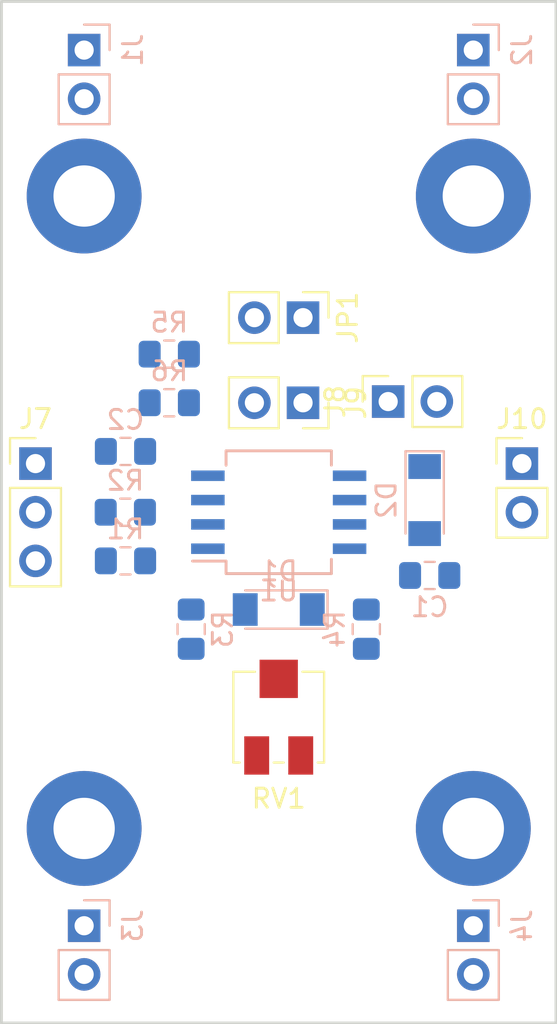
<source format=kicad_pcb>
(kicad_pcb (version 20171130) (host pcbnew "(5.1.0)-1")

  (general
    (thickness 1.6)
    (drawings 4)
    (tracks 4)
    (zones 0)
    (modules 21)
    (nets 16)
  )

  (page A4)
  (layers
    (0 F.Cu signal)
    (31 B.Cu signal)
    (32 B.Adhes user)
    (33 F.Adhes user)
    (34 B.Paste user)
    (35 F.Paste user)
    (36 B.SilkS user)
    (37 F.SilkS user)
    (38 B.Mask user)
    (39 F.Mask user)
    (40 Dwgs.User user)
    (41 Cmts.User user)
    (42 Eco1.User user)
    (43 Eco2.User user)
    (44 Edge.Cuts user)
    (45 Margin user)
    (46 B.CrtYd user)
    (47 F.CrtYd user)
    (48 B.Fab user hide)
    (49 F.Fab user hide)
  )

  (setup
    (last_trace_width 0.25)
    (trace_clearance 0.2)
    (zone_clearance 0.508)
    (zone_45_only no)
    (trace_min 0.2)
    (via_size 0.8)
    (via_drill 0.4)
    (via_min_size 0.4)
    (via_min_drill 0.3)
    (uvia_size 0.3)
    (uvia_drill 0.1)
    (uvias_allowed no)
    (uvia_min_size 0.2)
    (uvia_min_drill 0.1)
    (edge_width 0.15)
    (segment_width 0.2)
    (pcb_text_width 0.3)
    (pcb_text_size 1.5 1.5)
    (mod_edge_width 0.15)
    (mod_text_size 1 1)
    (mod_text_width 0.15)
    (pad_size 1.524 1.524)
    (pad_drill 0.762)
    (pad_to_mask_clearance 0.051)
    (solder_mask_min_width 0.25)
    (aux_axis_origin 0 0)
    (visible_elements 7FFFFFFF)
    (pcbplotparams
      (layerselection 0x010fc_ffffffff)
      (usegerberextensions false)
      (usegerberattributes false)
      (usegerberadvancedattributes false)
      (creategerberjobfile false)
      (excludeedgelayer true)
      (linewidth 0.100000)
      (plotframeref false)
      (viasonmask false)
      (mode 1)
      (useauxorigin false)
      (hpglpennumber 1)
      (hpglpenspeed 20)
      (hpglpendiameter 15.000000)
      (psnegative false)
      (psa4output false)
      (plotreference true)
      (plotvalue true)
      (plotinvisibletext false)
      (padsonsilk false)
      (subtractmaskfromsilk false)
      (outputformat 1)
      (mirror false)
      (drillshape 1)
      (scaleselection 1)
      (outputdirectory ""))
  )

  (net 0 "")
  (net 1 GND)
  (net 2 +5V)
  (net 3 V+)
  (net 4 V-)
  (net 5 "Net-(D1-Pad2)")
  (net 6 "Net-(D1-Pad1)")
  (net 7 "Net-(D2-Pad1)")
  (net 8 "Net-(J7-Pad3)")
  (net 9 "Net-(J7-Pad1)")
  (net 10 "Net-(JP1-Pad2)")
  (net 11 "Net-(R3-Pad1)")
  (net 12 "Net-(R4-Pad2)")
  (net 13 V_OS_2)
  (net 14 "Net-(U1-Pad5)")
  (net 15 V_OS_1)

  (net_class Default "Dies ist die voreingestellte Netzklasse."
    (clearance 0.2)
    (trace_width 0.25)
    (via_dia 0.8)
    (via_drill 0.4)
    (uvia_dia 0.3)
    (uvia_drill 0.1)
    (add_net +5V)
    (add_net GND)
    (add_net "Net-(D1-Pad1)")
    (add_net "Net-(D1-Pad2)")
    (add_net "Net-(D2-Pad1)")
    (add_net "Net-(J7-Pad1)")
    (add_net "Net-(J7-Pad3)")
    (add_net "Net-(JP1-Pad2)")
    (add_net "Net-(R3-Pad1)")
    (add_net "Net-(R4-Pad2)")
    (add_net "Net-(U1-Pad5)")
    (add_net V+)
    (add_net V-)
    (add_net V_OS_1)
    (add_net V_OS_2)
  )

  (module Package_SO:SO-8_5.3x6.2mm_P1.27mm (layer B.Cu) (tedit 5A02F2D3) (tstamp 5CC33294)
    (at 88.9 115.57)
    (descr "8-Lead Plastic Small Outline, 5.3x6.2mm Body (http://www.ti.com.cn/cn/lit/ds/symlink/tl7705a.pdf)")
    (tags "SOIC 1.27")
    (path /5CC2F7C3)
    (attr smd)
    (fp_text reference U1 (at 0 4.13) (layer B.SilkS)
      (effects (font (size 1 1) (thickness 0.15)) (justify mirror))
    )
    (fp_text value OP07 (at 0 -4.13) (layer B.Fab)
      (effects (font (size 1 1) (thickness 0.15)) (justify mirror))
    )
    (fp_line (start -2.75 2.55) (end -4.5 2.55) (layer B.SilkS) (width 0.15))
    (fp_line (start -2.75 -3.205) (end 2.75 -3.205) (layer B.SilkS) (width 0.15))
    (fp_line (start -2.75 3.205) (end 2.75 3.205) (layer B.SilkS) (width 0.15))
    (fp_line (start -2.75 -3.205) (end -2.75 -2.455) (layer B.SilkS) (width 0.15))
    (fp_line (start 2.75 -3.205) (end 2.75 -2.455) (layer B.SilkS) (width 0.15))
    (fp_line (start 2.75 3.205) (end 2.75 2.455) (layer B.SilkS) (width 0.15))
    (fp_line (start -2.75 3.205) (end -2.75 2.55) (layer B.SilkS) (width 0.15))
    (fp_line (start -4.83 -3.35) (end 4.83 -3.35) (layer B.CrtYd) (width 0.05))
    (fp_line (start -4.83 3.35) (end 4.83 3.35) (layer B.CrtYd) (width 0.05))
    (fp_line (start 4.83 3.35) (end 4.83 -3.35) (layer B.CrtYd) (width 0.05))
    (fp_line (start -4.83 3.35) (end -4.83 -3.35) (layer B.CrtYd) (width 0.05))
    (fp_line (start -2.65 2.1) (end -1.65 3.1) (layer B.Fab) (width 0.15))
    (fp_line (start -2.65 -3.1) (end -2.65 2.1) (layer B.Fab) (width 0.15))
    (fp_line (start 2.65 -3.1) (end -2.65 -3.1) (layer B.Fab) (width 0.15))
    (fp_line (start 2.65 3.1) (end 2.65 -3.1) (layer B.Fab) (width 0.15))
    (fp_line (start -1.65 3.1) (end 2.65 3.1) (layer B.Fab) (width 0.15))
    (fp_text user %R (at 0 0) (layer B.Fab)
      (effects (font (size 1 1) (thickness 0.15)) (justify mirror))
    )
    (pad 8 smd rect (at 3.7 1.905) (size 1.75 0.55) (layers B.Cu B.Paste B.Mask)
      (net 13 V_OS_2))
    (pad 7 smd rect (at 3.7 0.635) (size 1.75 0.55) (layers B.Cu B.Paste B.Mask)
      (net 3 V+))
    (pad 6 smd rect (at 3.7 -0.635) (size 1.75 0.55) (layers B.Cu B.Paste B.Mask)
      (net 6 "Net-(D1-Pad1)"))
    (pad 5 smd rect (at 3.7 -1.905) (size 1.75 0.55) (layers B.Cu B.Paste B.Mask)
      (net 14 "Net-(U1-Pad5)"))
    (pad 4 smd rect (at -3.7 -1.905) (size 1.75 0.55) (layers B.Cu B.Paste B.Mask)
      (net 4 V-))
    (pad 3 smd rect (at -3.7 -0.635) (size 1.75 0.55) (layers B.Cu B.Paste B.Mask)
      (net 9 "Net-(J7-Pad1)"))
    (pad 2 smd rect (at -3.7 0.635) (size 1.75 0.55) (layers B.Cu B.Paste B.Mask)
      (net 5 "Net-(D1-Pad2)"))
    (pad 1 smd rect (at -3.7 1.905) (size 1.75 0.55) (layers B.Cu B.Paste B.Mask)
      (net 15 V_OS_1))
    (model ${KISYS3DMOD}/Package_SO.3dshapes/SO-8_5.3x6.2mm_P1.27mm.wrl
      (at (xyz 0 0 0))
      (scale (xyz 1 1 1))
      (rotate (xyz 0 0 0))
    )
  )

  (module Potentiometer_SMD:Potentiometer_Bourns_3314J_Vertical (layer F.Cu) (tedit 5A81E1D7) (tstamp 5CC33277)
    (at 88.9 126.27 180)
    (descr "Potentiometer, vertical, Bourns 3314J, http://www.bourns.com/docs/Product-Datasheets/3314.pdf")
    (tags "Potentiometer vertical Bourns 3314J")
    (path /5CC696A0)
    (attr smd)
    (fp_text reference RV1 (at 0 -4.25 180) (layer F.SilkS)
      (effects (font (size 1 1) (thickness 0.15)))
    )
    (fp_text value 20k (at 0 4.25 180) (layer F.Fab)
      (effects (font (size 1 1) (thickness 0.15)))
    )
    (fp_text user %R (at 0 -1.7 180) (layer F.Fab)
      (effects (font (size 0.63 0.63) (thickness 0.15)))
    )
    (fp_line (start 2.5 -3.25) (end -2.5 -3.25) (layer F.CrtYd) (width 0.05))
    (fp_line (start 2.5 3.25) (end 2.5 -3.25) (layer F.CrtYd) (width 0.05))
    (fp_line (start -2.5 3.25) (end 2.5 3.25) (layer F.CrtYd) (width 0.05))
    (fp_line (start -2.5 -3.25) (end -2.5 3.25) (layer F.CrtYd) (width 0.05))
    (fp_line (start 2.37 -2.37) (end 2.37 2.37) (layer F.SilkS) (width 0.12))
    (fp_line (start -2.37 -2.37) (end -2.37 2.37) (layer F.SilkS) (width 0.12))
    (fp_line (start 1.24 2.37) (end 2.37 2.37) (layer F.SilkS) (width 0.12))
    (fp_line (start -2.37 2.37) (end -1.24 2.37) (layer F.SilkS) (width 0.12))
    (fp_line (start -0.259 -2.37) (end 0.26 -2.37) (layer F.SilkS) (width 0.12))
    (fp_line (start -2.37 -2.37) (end -2.039 -2.37) (layer F.SilkS) (width 0.12))
    (fp_line (start 2.04 -2.37) (end 2.37 -2.37) (layer F.SilkS) (width 0.12))
    (fp_line (start 0 0.99) (end 0.001 -0.989) (layer F.Fab) (width 0.1))
    (fp_line (start 0 0.99) (end 0.001 -0.989) (layer F.Fab) (width 0.1))
    (fp_line (start 2.25 -2.25) (end -2.25 -2.25) (layer F.Fab) (width 0.1))
    (fp_line (start 2.25 2.25) (end 2.25 -2.25) (layer F.Fab) (width 0.1))
    (fp_line (start -2.25 2.25) (end 2.25 2.25) (layer F.Fab) (width 0.1))
    (fp_line (start -2.25 -2.25) (end -2.25 2.25) (layer F.Fab) (width 0.1))
    (fp_circle (center 0 0) (end 1 0) (layer F.Fab) (width 0.1))
    (pad 3 smd rect (at -1.15 -2 180) (size 1.3 2) (layers F.Cu F.Paste F.Mask)
      (net 12 "Net-(R4-Pad2)"))
    (pad 2 smd rect (at 0 2 180) (size 2 2) (layers F.Cu F.Paste F.Mask)
      (net 3 V+))
    (pad 1 smd rect (at 1.15 -2 180) (size 1.3 2) (layers F.Cu F.Paste F.Mask)
      (net 11 "Net-(R3-Pad1)"))
    (model ${KISYS3DMOD}/Potentiometer_SMD.3dshapes/Potentiometer_Bourns_3314J_Vertical.wrl
      (at (xyz 0 0 0))
      (scale (xyz 1 1 1))
      (rotate (xyz 0 0 0))
    )
  )

  (module Resistor_SMD:R_0805_2012Metric_Pad1.15x1.40mm_HandSolder (layer B.Cu) (tedit 5B36C52B) (tstamp 5CC3325D)
    (at 83.185 109.855 180)
    (descr "Resistor SMD 0805 (2012 Metric), square (rectangular) end terminal, IPC_7351 nominal with elongated pad for handsoldering. (Body size source: https://docs.google.com/spreadsheets/d/1BsfQQcO9C6DZCsRaXUlFlo91Tg2WpOkGARC1WS5S8t0/edit?usp=sharing), generated with kicad-footprint-generator")
    (tags "resistor handsolder")
    (path /5CC3EF1E)
    (attr smd)
    (fp_text reference R6 (at 0 1.65 180) (layer B.SilkS)
      (effects (font (size 1 1) (thickness 0.15)) (justify mirror))
    )
    (fp_text value R (at 0 -1.65 180) (layer B.Fab)
      (effects (font (size 1 1) (thickness 0.15)) (justify mirror))
    )
    (fp_text user %R (at 0 0 180) (layer B.Fab)
      (effects (font (size 0.5 0.5) (thickness 0.08)) (justify mirror))
    )
    (fp_line (start 1.85 -0.95) (end -1.85 -0.95) (layer B.CrtYd) (width 0.05))
    (fp_line (start 1.85 0.95) (end 1.85 -0.95) (layer B.CrtYd) (width 0.05))
    (fp_line (start -1.85 0.95) (end 1.85 0.95) (layer B.CrtYd) (width 0.05))
    (fp_line (start -1.85 -0.95) (end -1.85 0.95) (layer B.CrtYd) (width 0.05))
    (fp_line (start -0.261252 -0.71) (end 0.261252 -0.71) (layer B.SilkS) (width 0.12))
    (fp_line (start -0.261252 0.71) (end 0.261252 0.71) (layer B.SilkS) (width 0.12))
    (fp_line (start 1 -0.6) (end -1 -0.6) (layer B.Fab) (width 0.1))
    (fp_line (start 1 0.6) (end 1 -0.6) (layer B.Fab) (width 0.1))
    (fp_line (start -1 0.6) (end 1 0.6) (layer B.Fab) (width 0.1))
    (fp_line (start -1 -0.6) (end -1 0.6) (layer B.Fab) (width 0.1))
    (pad 2 smd roundrect (at 1.025 0 180) (size 1.15 1.4) (layers B.Cu B.Paste B.Mask) (roundrect_rratio 0.217391)
      (net 1 GND))
    (pad 1 smd roundrect (at -1.025 0 180) (size 1.15 1.4) (layers B.Cu B.Paste B.Mask) (roundrect_rratio 0.217391)
      (net 5 "Net-(D1-Pad2)"))
    (model ${KISYS3DMOD}/Resistor_SMD.3dshapes/R_0805_2012Metric.wrl
      (at (xyz 0 0 0))
      (scale (xyz 1 1 1))
      (rotate (xyz 0 0 0))
    )
  )

  (module Resistor_SMD:R_0805_2012Metric_Pad1.15x1.40mm_HandSolder (layer B.Cu) (tedit 5B36C52B) (tstamp 5CC3324C)
    (at 83.185 107.315 180)
    (descr "Resistor SMD 0805 (2012 Metric), square (rectangular) end terminal, IPC_7351 nominal with elongated pad for handsoldering. (Body size source: https://docs.google.com/spreadsheets/d/1BsfQQcO9C6DZCsRaXUlFlo91Tg2WpOkGARC1WS5S8t0/edit?usp=sharing), generated with kicad-footprint-generator")
    (tags "resistor handsolder")
    (path /5CC3EA7D)
    (attr smd)
    (fp_text reference R5 (at 0 1.65 180) (layer B.SilkS)
      (effects (font (size 1 1) (thickness 0.15)) (justify mirror))
    )
    (fp_text value R (at 0 -1.65 180) (layer B.Fab)
      (effects (font (size 1 1) (thickness 0.15)) (justify mirror))
    )
    (fp_text user %R (at 0 0 180) (layer B.Fab)
      (effects (font (size 0.5 0.5) (thickness 0.08)) (justify mirror))
    )
    (fp_line (start 1.85 -0.95) (end -1.85 -0.95) (layer B.CrtYd) (width 0.05))
    (fp_line (start 1.85 0.95) (end 1.85 -0.95) (layer B.CrtYd) (width 0.05))
    (fp_line (start -1.85 0.95) (end 1.85 0.95) (layer B.CrtYd) (width 0.05))
    (fp_line (start -1.85 -0.95) (end -1.85 0.95) (layer B.CrtYd) (width 0.05))
    (fp_line (start -0.261252 -0.71) (end 0.261252 -0.71) (layer B.SilkS) (width 0.12))
    (fp_line (start -0.261252 0.71) (end 0.261252 0.71) (layer B.SilkS) (width 0.12))
    (fp_line (start 1 -0.6) (end -1 -0.6) (layer B.Fab) (width 0.1))
    (fp_line (start 1 0.6) (end 1 -0.6) (layer B.Fab) (width 0.1))
    (fp_line (start -1 0.6) (end 1 0.6) (layer B.Fab) (width 0.1))
    (fp_line (start -1 -0.6) (end -1 0.6) (layer B.Fab) (width 0.1))
    (pad 2 smd roundrect (at 1.025 0 180) (size 1.15 1.4) (layers B.Cu B.Paste B.Mask) (roundrect_rratio 0.217391)
      (net 5 "Net-(D1-Pad2)"))
    (pad 1 smd roundrect (at -1.025 0 180) (size 1.15 1.4) (layers B.Cu B.Paste B.Mask) (roundrect_rratio 0.217391)
      (net 10 "Net-(JP1-Pad2)"))
    (model ${KISYS3DMOD}/Resistor_SMD.3dshapes/R_0805_2012Metric.wrl
      (at (xyz 0 0 0))
      (scale (xyz 1 1 1))
      (rotate (xyz 0 0 0))
    )
  )

  (module Resistor_SMD:R_0805_2012Metric_Pad1.15x1.40mm_HandSolder (layer B.Cu) (tedit 5B36C52B) (tstamp 5CC3323B)
    (at 93.472 121.675 270)
    (descr "Resistor SMD 0805 (2012 Metric), square (rectangular) end terminal, IPC_7351 nominal with elongated pad for handsoldering. (Body size source: https://docs.google.com/spreadsheets/d/1BsfQQcO9C6DZCsRaXUlFlo91Tg2WpOkGARC1WS5S8t0/edit?usp=sharing), generated with kicad-footprint-generator")
    (tags "resistor handsolder")
    (path /5CC6D3EF)
    (attr smd)
    (fp_text reference R4 (at 0 1.65 270) (layer B.SilkS)
      (effects (font (size 1 1) (thickness 0.15)) (justify mirror))
    )
    (fp_text value 0R (at 0 -1.65 270) (layer B.Fab)
      (effects (font (size 1 1) (thickness 0.15)) (justify mirror))
    )
    (fp_text user %R (at 0 0 270) (layer B.Fab)
      (effects (font (size 0.5 0.5) (thickness 0.08)) (justify mirror))
    )
    (fp_line (start 1.85 -0.95) (end -1.85 -0.95) (layer B.CrtYd) (width 0.05))
    (fp_line (start 1.85 0.95) (end 1.85 -0.95) (layer B.CrtYd) (width 0.05))
    (fp_line (start -1.85 0.95) (end 1.85 0.95) (layer B.CrtYd) (width 0.05))
    (fp_line (start -1.85 -0.95) (end -1.85 0.95) (layer B.CrtYd) (width 0.05))
    (fp_line (start -0.261252 -0.71) (end 0.261252 -0.71) (layer B.SilkS) (width 0.12))
    (fp_line (start -0.261252 0.71) (end 0.261252 0.71) (layer B.SilkS) (width 0.12))
    (fp_line (start 1 -0.6) (end -1 -0.6) (layer B.Fab) (width 0.1))
    (fp_line (start 1 0.6) (end 1 -0.6) (layer B.Fab) (width 0.1))
    (fp_line (start -1 0.6) (end 1 0.6) (layer B.Fab) (width 0.1))
    (fp_line (start -1 -0.6) (end -1 0.6) (layer B.Fab) (width 0.1))
    (pad 2 smd roundrect (at 1.025 0 270) (size 1.15 1.4) (layers B.Cu B.Paste B.Mask) (roundrect_rratio 0.217391)
      (net 12 "Net-(R4-Pad2)"))
    (pad 1 smd roundrect (at -1.025 0 270) (size 1.15 1.4) (layers B.Cu B.Paste B.Mask) (roundrect_rratio 0.217391)
      (net 13 V_OS_2))
    (model ${KISYS3DMOD}/Resistor_SMD.3dshapes/R_0805_2012Metric.wrl
      (at (xyz 0 0 0))
      (scale (xyz 1 1 1))
      (rotate (xyz 0 0 0))
    )
  )

  (module Resistor_SMD:R_0805_2012Metric_Pad1.15x1.40mm_HandSolder (layer B.Cu) (tedit 5B36C52B) (tstamp 5CC3322A)
    (at 84.328 121.675 90)
    (descr "Resistor SMD 0805 (2012 Metric), square (rectangular) end terminal, IPC_7351 nominal with elongated pad for handsoldering. (Body size source: https://docs.google.com/spreadsheets/d/1BsfQQcO9C6DZCsRaXUlFlo91Tg2WpOkGARC1WS5S8t0/edit?usp=sharing), generated with kicad-footprint-generator")
    (tags "resistor handsolder")
    (path /5CC6B8A2)
    (attr smd)
    (fp_text reference R3 (at 0 1.65 90) (layer B.SilkS)
      (effects (font (size 1 1) (thickness 0.15)) (justify mirror))
    )
    (fp_text value 0R (at 0 -1.65 90) (layer B.Fab)
      (effects (font (size 1 1) (thickness 0.15)) (justify mirror))
    )
    (fp_text user %R (at 0 0 90) (layer B.Fab)
      (effects (font (size 0.5 0.5) (thickness 0.08)) (justify mirror))
    )
    (fp_line (start 1.85 -0.95) (end -1.85 -0.95) (layer B.CrtYd) (width 0.05))
    (fp_line (start 1.85 0.95) (end 1.85 -0.95) (layer B.CrtYd) (width 0.05))
    (fp_line (start -1.85 0.95) (end 1.85 0.95) (layer B.CrtYd) (width 0.05))
    (fp_line (start -1.85 -0.95) (end -1.85 0.95) (layer B.CrtYd) (width 0.05))
    (fp_line (start -0.261252 -0.71) (end 0.261252 -0.71) (layer B.SilkS) (width 0.12))
    (fp_line (start -0.261252 0.71) (end 0.261252 0.71) (layer B.SilkS) (width 0.12))
    (fp_line (start 1 -0.6) (end -1 -0.6) (layer B.Fab) (width 0.1))
    (fp_line (start 1 0.6) (end 1 -0.6) (layer B.Fab) (width 0.1))
    (fp_line (start -1 0.6) (end 1 0.6) (layer B.Fab) (width 0.1))
    (fp_line (start -1 -0.6) (end -1 0.6) (layer B.Fab) (width 0.1))
    (pad 2 smd roundrect (at 1.025 0 90) (size 1.15 1.4) (layers B.Cu B.Paste B.Mask) (roundrect_rratio 0.217391)
      (net 15 V_OS_1))
    (pad 1 smd roundrect (at -1.025 0 90) (size 1.15 1.4) (layers B.Cu B.Paste B.Mask) (roundrect_rratio 0.217391)
      (net 11 "Net-(R3-Pad1)"))
    (model ${KISYS3DMOD}/Resistor_SMD.3dshapes/R_0805_2012Metric.wrl
      (at (xyz 0 0 0))
      (scale (xyz 1 1 1))
      (rotate (xyz 0 0 0))
    )
  )

  (module Resistor_SMD:R_0805_2012Metric_Pad1.15x1.40mm_HandSolder (layer B.Cu) (tedit 5B36C52B) (tstamp 5CC33219)
    (at 80.890001 115.57 180)
    (descr "Resistor SMD 0805 (2012 Metric), square (rectangular) end terminal, IPC_7351 nominal with elongated pad for handsoldering. (Body size source: https://docs.google.com/spreadsheets/d/1BsfQQcO9C6DZCsRaXUlFlo91Tg2WpOkGARC1WS5S8t0/edit?usp=sharing), generated with kicad-footprint-generator")
    (tags "resistor handsolder")
    (path /5CC3FBC1)
    (attr smd)
    (fp_text reference R2 (at 0 1.65 180) (layer B.SilkS)
      (effects (font (size 1 1) (thickness 0.15)) (justify mirror))
    )
    (fp_text value R (at 0 -1.65 180) (layer B.Fab)
      (effects (font (size 1 1) (thickness 0.15)) (justify mirror))
    )
    (fp_text user %R (at 0 0 180) (layer B.Fab)
      (effects (font (size 0.5 0.5) (thickness 0.08)) (justify mirror))
    )
    (fp_line (start 1.85 -0.95) (end -1.85 -0.95) (layer B.CrtYd) (width 0.05))
    (fp_line (start 1.85 0.95) (end 1.85 -0.95) (layer B.CrtYd) (width 0.05))
    (fp_line (start -1.85 0.95) (end 1.85 0.95) (layer B.CrtYd) (width 0.05))
    (fp_line (start -1.85 -0.95) (end -1.85 0.95) (layer B.CrtYd) (width 0.05))
    (fp_line (start -0.261252 -0.71) (end 0.261252 -0.71) (layer B.SilkS) (width 0.12))
    (fp_line (start -0.261252 0.71) (end 0.261252 0.71) (layer B.SilkS) (width 0.12))
    (fp_line (start 1 -0.6) (end -1 -0.6) (layer B.Fab) (width 0.1))
    (fp_line (start 1 0.6) (end 1 -0.6) (layer B.Fab) (width 0.1))
    (fp_line (start -1 0.6) (end 1 0.6) (layer B.Fab) (width 0.1))
    (fp_line (start -1 -0.6) (end -1 0.6) (layer B.Fab) (width 0.1))
    (pad 2 smd roundrect (at 1.025 0 180) (size 1.15 1.4) (layers B.Cu B.Paste B.Mask) (roundrect_rratio 0.217391)
      (net 1 GND))
    (pad 1 smd roundrect (at -1.025 0 180) (size 1.15 1.4) (layers B.Cu B.Paste B.Mask) (roundrect_rratio 0.217391)
      (net 9 "Net-(J7-Pad1)"))
    (model ${KISYS3DMOD}/Resistor_SMD.3dshapes/R_0805_2012Metric.wrl
      (at (xyz 0 0 0))
      (scale (xyz 1 1 1))
      (rotate (xyz 0 0 0))
    )
  )

  (module Resistor_SMD:R_0805_2012Metric_Pad1.15x1.40mm_HandSolder (layer B.Cu) (tedit 5B36C52B) (tstamp 5CC36285)
    (at 80.899 118.11 180)
    (descr "Resistor SMD 0805 (2012 Metric), square (rectangular) end terminal, IPC_7351 nominal with elongated pad for handsoldering. (Body size source: https://docs.google.com/spreadsheets/d/1BsfQQcO9C6DZCsRaXUlFlo91Tg2WpOkGARC1WS5S8t0/edit?usp=sharing), generated with kicad-footprint-generator")
    (tags "resistor handsolder")
    (path /5CC317F6)
    (attr smd)
    (fp_text reference R1 (at 0 1.65 180) (layer B.SilkS)
      (effects (font (size 1 1) (thickness 0.15)) (justify mirror))
    )
    (fp_text value R (at 0 -1.65 180) (layer B.Fab)
      (effects (font (size 1 1) (thickness 0.15)) (justify mirror))
    )
    (fp_text user %R (at 0 0 180) (layer B.Fab)
      (effects (font (size 0.5 0.5) (thickness 0.08)) (justify mirror))
    )
    (fp_line (start 1.85 -0.95) (end -1.85 -0.95) (layer B.CrtYd) (width 0.05))
    (fp_line (start 1.85 0.95) (end 1.85 -0.95) (layer B.CrtYd) (width 0.05))
    (fp_line (start -1.85 0.95) (end 1.85 0.95) (layer B.CrtYd) (width 0.05))
    (fp_line (start -1.85 -0.95) (end -1.85 0.95) (layer B.CrtYd) (width 0.05))
    (fp_line (start -0.261252 -0.71) (end 0.261252 -0.71) (layer B.SilkS) (width 0.12))
    (fp_line (start -0.261252 0.71) (end 0.261252 0.71) (layer B.SilkS) (width 0.12))
    (fp_line (start 1 -0.6) (end -1 -0.6) (layer B.Fab) (width 0.1))
    (fp_line (start 1 0.6) (end 1 -0.6) (layer B.Fab) (width 0.1))
    (fp_line (start -1 0.6) (end 1 0.6) (layer B.Fab) (width 0.1))
    (fp_line (start -1 -0.6) (end -1 0.6) (layer B.Fab) (width 0.1))
    (pad 2 smd roundrect (at 1.025 0 180) (size 1.15 1.4) (layers B.Cu B.Paste B.Mask) (roundrect_rratio 0.217391)
      (net 8 "Net-(J7-Pad3)"))
    (pad 1 smd roundrect (at -1.025 0 180) (size 1.15 1.4) (layers B.Cu B.Paste B.Mask) (roundrect_rratio 0.217391)
      (net 5 "Net-(D1-Pad2)"))
    (model ${KISYS3DMOD}/Resistor_SMD.3dshapes/R_0805_2012Metric.wrl
      (at (xyz 0 0 0))
      (scale (xyz 1 1 1))
      (rotate (xyz 0 0 0))
    )
  )

  (module Connector_PinHeader_2.54mm:PinHeader_1x02_P2.54mm_Vertical (layer F.Cu) (tedit 59FED5CC) (tstamp 5CC331F7)
    (at 90.17 105.41 270)
    (descr "Through hole straight pin header, 1x02, 2.54mm pitch, single row")
    (tags "Through hole pin header THT 1x02 2.54mm single row")
    (path /5CC5A26A)
    (fp_text reference JP1 (at 0 -2.33 270) (layer F.SilkS)
      (effects (font (size 1 1) (thickness 0.15)))
    )
    (fp_text value Jumper (at 0 4.87 270) (layer F.Fab)
      (effects (font (size 1 1) (thickness 0.15)))
    )
    (fp_text user %R (at 0 1.27) (layer F.Fab)
      (effects (font (size 1 1) (thickness 0.15)))
    )
    (fp_line (start 1.8 -1.8) (end -1.8 -1.8) (layer F.CrtYd) (width 0.05))
    (fp_line (start 1.8 4.35) (end 1.8 -1.8) (layer F.CrtYd) (width 0.05))
    (fp_line (start -1.8 4.35) (end 1.8 4.35) (layer F.CrtYd) (width 0.05))
    (fp_line (start -1.8 -1.8) (end -1.8 4.35) (layer F.CrtYd) (width 0.05))
    (fp_line (start -1.33 -1.33) (end 0 -1.33) (layer F.SilkS) (width 0.12))
    (fp_line (start -1.33 0) (end -1.33 -1.33) (layer F.SilkS) (width 0.12))
    (fp_line (start -1.33 1.27) (end 1.33 1.27) (layer F.SilkS) (width 0.12))
    (fp_line (start 1.33 1.27) (end 1.33 3.87) (layer F.SilkS) (width 0.12))
    (fp_line (start -1.33 1.27) (end -1.33 3.87) (layer F.SilkS) (width 0.12))
    (fp_line (start -1.33 3.87) (end 1.33 3.87) (layer F.SilkS) (width 0.12))
    (fp_line (start -1.27 -0.635) (end -0.635 -1.27) (layer F.Fab) (width 0.1))
    (fp_line (start -1.27 3.81) (end -1.27 -0.635) (layer F.Fab) (width 0.1))
    (fp_line (start 1.27 3.81) (end -1.27 3.81) (layer F.Fab) (width 0.1))
    (fp_line (start 1.27 -1.27) (end 1.27 3.81) (layer F.Fab) (width 0.1))
    (fp_line (start -0.635 -1.27) (end 1.27 -1.27) (layer F.Fab) (width 0.1))
    (pad 2 thru_hole oval (at 0 2.54 270) (size 1.7 1.7) (drill 1) (layers *.Cu *.Mask)
      (net 10 "Net-(JP1-Pad2)"))
    (pad 1 thru_hole rect (at 0 0 270) (size 1.7 1.7) (drill 1) (layers *.Cu *.Mask)
      (net 7 "Net-(D2-Pad1)"))
    (model ${KISYS3DMOD}/Connector_PinHeader_2.54mm.3dshapes/PinHeader_1x02_P2.54mm_Vertical.wrl
      (at (xyz 0 0 0))
      (scale (xyz 1 1 1))
      (rotate (xyz 0 0 0))
    )
  )

  (module Connector_PinHeader_2.54mm:PinHeader_1x02_P2.54mm_Vertical locked (layer F.Cu) (tedit 59FED5CC) (tstamp 5CC331E1)
    (at 101.6 113.03)
    (descr "Through hole straight pin header, 1x02, 2.54mm pitch, single row")
    (tags "Through hole pin header THT 1x02 2.54mm single row")
    (path /5CC30A59)
    (fp_text reference J10 (at 0 -2.33) (layer F.SilkS)
      (effects (font (size 1 1) (thickness 0.15)))
    )
    (fp_text value Conn_01x02 (at 0 4.87) (layer F.Fab)
      (effects (font (size 1 1) (thickness 0.15)))
    )
    (fp_text user %R (at 0 1.27 90) (layer F.Fab)
      (effects (font (size 1 1) (thickness 0.15)))
    )
    (fp_line (start 1.8 -1.8) (end -1.8 -1.8) (layer F.CrtYd) (width 0.05))
    (fp_line (start 1.8 4.35) (end 1.8 -1.8) (layer F.CrtYd) (width 0.05))
    (fp_line (start -1.8 4.35) (end 1.8 4.35) (layer F.CrtYd) (width 0.05))
    (fp_line (start -1.8 -1.8) (end -1.8 4.35) (layer F.CrtYd) (width 0.05))
    (fp_line (start -1.33 -1.33) (end 0 -1.33) (layer F.SilkS) (width 0.12))
    (fp_line (start -1.33 0) (end -1.33 -1.33) (layer F.SilkS) (width 0.12))
    (fp_line (start -1.33 1.27) (end 1.33 1.27) (layer F.SilkS) (width 0.12))
    (fp_line (start 1.33 1.27) (end 1.33 3.87) (layer F.SilkS) (width 0.12))
    (fp_line (start -1.33 1.27) (end -1.33 3.87) (layer F.SilkS) (width 0.12))
    (fp_line (start -1.33 3.87) (end 1.33 3.87) (layer F.SilkS) (width 0.12))
    (fp_line (start -1.27 -0.635) (end -0.635 -1.27) (layer F.Fab) (width 0.1))
    (fp_line (start -1.27 3.81) (end -1.27 -0.635) (layer F.Fab) (width 0.1))
    (fp_line (start 1.27 3.81) (end -1.27 3.81) (layer F.Fab) (width 0.1))
    (fp_line (start 1.27 -1.27) (end 1.27 3.81) (layer F.Fab) (width 0.1))
    (fp_line (start -0.635 -1.27) (end 1.27 -1.27) (layer F.Fab) (width 0.1))
    (pad 2 thru_hole oval (at 0 2.54) (size 1.7 1.7) (drill 1) (layers *.Cu *.Mask)
      (net 1 GND))
    (pad 1 thru_hole rect (at 0 0) (size 1.7 1.7) (drill 1) (layers *.Cu *.Mask)
      (net 7 "Net-(D2-Pad1)"))
    (model ${KISYS3DMOD}/Connector_PinHeader_2.54mm.3dshapes/PinHeader_1x02_P2.54mm_Vertical.wrl
      (at (xyz 0 0 0))
      (scale (xyz 1 1 1))
      (rotate (xyz 0 0 0))
    )
  )

  (module Connector_PinSocket_2.54mm:PinSocket_1x02_P2.54mm_Vertical (layer F.Cu) (tedit 5A19A420) (tstamp 5CC331CB)
    (at 90.17 109.855 270)
    (descr "Through hole straight socket strip, 1x02, 2.54mm pitch, single row (from Kicad 4.0.7), script generated")
    (tags "Through hole socket strip THT 1x02 2.54mm single row")
    (path /5CC52226)
    (fp_text reference J9 (at 0 -2.77 270) (layer F.SilkS)
      (effects (font (size 1 1) (thickness 0.15)))
    )
    (fp_text value Conn_01x02 (at 0 5.31 270) (layer F.Fab)
      (effects (font (size 1 1) (thickness 0.15)))
    )
    (fp_text user %R (at 0 1.27) (layer F.Fab)
      (effects (font (size 1 1) (thickness 0.15)))
    )
    (fp_line (start -1.8 4.3) (end -1.8 -1.8) (layer F.CrtYd) (width 0.05))
    (fp_line (start 1.75 4.3) (end -1.8 4.3) (layer F.CrtYd) (width 0.05))
    (fp_line (start 1.75 -1.8) (end 1.75 4.3) (layer F.CrtYd) (width 0.05))
    (fp_line (start -1.8 -1.8) (end 1.75 -1.8) (layer F.CrtYd) (width 0.05))
    (fp_line (start 0 -1.33) (end 1.33 -1.33) (layer F.SilkS) (width 0.12))
    (fp_line (start 1.33 -1.33) (end 1.33 0) (layer F.SilkS) (width 0.12))
    (fp_line (start 1.33 1.27) (end 1.33 3.87) (layer F.SilkS) (width 0.12))
    (fp_line (start -1.33 3.87) (end 1.33 3.87) (layer F.SilkS) (width 0.12))
    (fp_line (start -1.33 1.27) (end -1.33 3.87) (layer F.SilkS) (width 0.12))
    (fp_line (start -1.33 1.27) (end 1.33 1.27) (layer F.SilkS) (width 0.12))
    (fp_line (start -1.27 3.81) (end -1.27 -1.27) (layer F.Fab) (width 0.1))
    (fp_line (start 1.27 3.81) (end -1.27 3.81) (layer F.Fab) (width 0.1))
    (fp_line (start 1.27 -0.635) (end 1.27 3.81) (layer F.Fab) (width 0.1))
    (fp_line (start 0.635 -1.27) (end 1.27 -0.635) (layer F.Fab) (width 0.1))
    (fp_line (start -1.27 -1.27) (end 0.635 -1.27) (layer F.Fab) (width 0.1))
    (pad 2 thru_hole oval (at 0 2.54 270) (size 1.7 1.7) (drill 1) (layers *.Cu *.Mask)
      (net 5 "Net-(D1-Pad2)"))
    (pad 1 thru_hole rect (at 0 0 270) (size 1.7 1.7) (drill 1) (layers *.Cu *.Mask)
      (net 5 "Net-(D1-Pad2)"))
    (model ${KISYS3DMOD}/Connector_PinSocket_2.54mm.3dshapes/PinSocket_1x02_P2.54mm_Vertical.wrl
      (at (xyz 0 0 0))
      (scale (xyz 1 1 1))
      (rotate (xyz 0 0 0))
    )
  )

  (module Connector_PinSocket_2.54mm:PinSocket_1x02_P2.54mm_Vertical (layer F.Cu) (tedit 5A19A420) (tstamp 5CC331B5)
    (at 94.615 109.7915 90)
    (descr "Through hole straight socket strip, 1x02, 2.54mm pitch, single row (from Kicad 4.0.7), script generated")
    (tags "Through hole socket strip THT 1x02 2.54mm single row")
    (path /5CC5184C)
    (fp_text reference J8 (at 0 -2.77 90) (layer F.SilkS)
      (effects (font (size 1 1) (thickness 0.15)))
    )
    (fp_text value Conn_01x02 (at 0 5.31 90) (layer F.Fab)
      (effects (font (size 1 1) (thickness 0.15)))
    )
    (fp_text user %R (at 0 1.27 180) (layer F.Fab)
      (effects (font (size 1 1) (thickness 0.15)))
    )
    (fp_line (start -1.8 4.3) (end -1.8 -1.8) (layer F.CrtYd) (width 0.05))
    (fp_line (start 1.75 4.3) (end -1.8 4.3) (layer F.CrtYd) (width 0.05))
    (fp_line (start 1.75 -1.8) (end 1.75 4.3) (layer F.CrtYd) (width 0.05))
    (fp_line (start -1.8 -1.8) (end 1.75 -1.8) (layer F.CrtYd) (width 0.05))
    (fp_line (start 0 -1.33) (end 1.33 -1.33) (layer F.SilkS) (width 0.12))
    (fp_line (start 1.33 -1.33) (end 1.33 0) (layer F.SilkS) (width 0.12))
    (fp_line (start 1.33 1.27) (end 1.33 3.87) (layer F.SilkS) (width 0.12))
    (fp_line (start -1.33 3.87) (end 1.33 3.87) (layer F.SilkS) (width 0.12))
    (fp_line (start -1.33 1.27) (end -1.33 3.87) (layer F.SilkS) (width 0.12))
    (fp_line (start -1.33 1.27) (end 1.33 1.27) (layer F.SilkS) (width 0.12))
    (fp_line (start -1.27 3.81) (end -1.27 -1.27) (layer F.Fab) (width 0.1))
    (fp_line (start 1.27 3.81) (end -1.27 3.81) (layer F.Fab) (width 0.1))
    (fp_line (start 1.27 -0.635) (end 1.27 3.81) (layer F.Fab) (width 0.1))
    (fp_line (start 0.635 -1.27) (end 1.27 -0.635) (layer F.Fab) (width 0.1))
    (fp_line (start -1.27 -1.27) (end 0.635 -1.27) (layer F.Fab) (width 0.1))
    (pad 2 thru_hole oval (at 0 2.54 90) (size 1.7 1.7) (drill 1) (layers *.Cu *.Mask)
      (net 7 "Net-(D2-Pad1)"))
    (pad 1 thru_hole rect (at 0 0 90) (size 1.7 1.7) (drill 1) (layers *.Cu *.Mask)
      (net 7 "Net-(D2-Pad1)"))
    (model ${KISYS3DMOD}/Connector_PinSocket_2.54mm.3dshapes/PinSocket_1x02_P2.54mm_Vertical.wrl
      (at (xyz 0 0 0))
      (scale (xyz 1 1 1))
      (rotate (xyz 0 0 0))
    )
  )

  (module Connector_PinHeader_2.54mm:PinHeader_1x03_P2.54mm_Vertical locked (layer F.Cu) (tedit 59FED5CC) (tstamp 5CC33924)
    (at 76.2 113.03)
    (descr "Through hole straight pin header, 1x03, 2.54mm pitch, single row")
    (tags "Through hole pin header THT 1x03 2.54mm single row")
    (path /5CC30625)
    (fp_text reference J7 (at 0 -2.33) (layer F.SilkS)
      (effects (font (size 1 1) (thickness 0.15)))
    )
    (fp_text value Conn_01x03 (at 0 7.41) (layer F.Fab)
      (effects (font (size 1 1) (thickness 0.15)))
    )
    (fp_text user %R (at 0 2.54 90) (layer F.Fab)
      (effects (font (size 1 1) (thickness 0.15)))
    )
    (fp_line (start 1.8 -1.8) (end -1.8 -1.8) (layer F.CrtYd) (width 0.05))
    (fp_line (start 1.8 6.85) (end 1.8 -1.8) (layer F.CrtYd) (width 0.05))
    (fp_line (start -1.8 6.85) (end 1.8 6.85) (layer F.CrtYd) (width 0.05))
    (fp_line (start -1.8 -1.8) (end -1.8 6.85) (layer F.CrtYd) (width 0.05))
    (fp_line (start -1.33 -1.33) (end 0 -1.33) (layer F.SilkS) (width 0.12))
    (fp_line (start -1.33 0) (end -1.33 -1.33) (layer F.SilkS) (width 0.12))
    (fp_line (start -1.33 1.27) (end 1.33 1.27) (layer F.SilkS) (width 0.12))
    (fp_line (start 1.33 1.27) (end 1.33 6.41) (layer F.SilkS) (width 0.12))
    (fp_line (start -1.33 1.27) (end -1.33 6.41) (layer F.SilkS) (width 0.12))
    (fp_line (start -1.33 6.41) (end 1.33 6.41) (layer F.SilkS) (width 0.12))
    (fp_line (start -1.27 -0.635) (end -0.635 -1.27) (layer F.Fab) (width 0.1))
    (fp_line (start -1.27 6.35) (end -1.27 -0.635) (layer F.Fab) (width 0.1))
    (fp_line (start 1.27 6.35) (end -1.27 6.35) (layer F.Fab) (width 0.1))
    (fp_line (start 1.27 -1.27) (end 1.27 6.35) (layer F.Fab) (width 0.1))
    (fp_line (start -0.635 -1.27) (end 1.27 -1.27) (layer F.Fab) (width 0.1))
    (pad 3 thru_hole oval (at 0 5.08) (size 1.7 1.7) (drill 1) (layers *.Cu *.Mask)
      (net 8 "Net-(J7-Pad3)"))
    (pad 2 thru_hole oval (at 0 2.54) (size 1.7 1.7) (drill 1) (layers *.Cu *.Mask)
      (net 1 GND))
    (pad 1 thru_hole rect (at 0 0) (size 1.7 1.7) (drill 1) (layers *.Cu *.Mask)
      (net 9 "Net-(J7-Pad1)"))
    (model ${KISYS3DMOD}/Connector_PinHeader_2.54mm.3dshapes/PinHeader_1x03_P2.54mm_Vertical.wrl
      (at (xyz 0 0 0))
      (scale (xyz 1 1 1))
      (rotate (xyz 0 0 0))
    )
  )

  (module Diode_SMD:D_MiniMELF (layer B.Cu) (tedit 5905D8F5) (tstamp 5CC33099)
    (at 96.52 114.935 270)
    (descr "Diode Mini-MELF")
    (tags "Diode Mini-MELF")
    (path /5CC33931)
    (attr smd)
    (fp_text reference D2 (at 0 2 270) (layer B.SilkS)
      (effects (font (size 1 1) (thickness 0.15)) (justify mirror))
    )
    (fp_text value LL4148 (at 0 -1.75 270) (layer B.Fab)
      (effects (font (size 1 1) (thickness 0.15)) (justify mirror))
    )
    (fp_line (start -2.65 -1.1) (end -2.65 1.1) (layer B.CrtYd) (width 0.05))
    (fp_line (start 2.65 -1.1) (end -2.65 -1.1) (layer B.CrtYd) (width 0.05))
    (fp_line (start 2.65 1.1) (end 2.65 -1.1) (layer B.CrtYd) (width 0.05))
    (fp_line (start -2.65 1.1) (end 2.65 1.1) (layer B.CrtYd) (width 0.05))
    (fp_line (start -0.75 0) (end -0.35 0) (layer B.Fab) (width 0.1))
    (fp_line (start -0.35 0) (end -0.35 0.55) (layer B.Fab) (width 0.1))
    (fp_line (start -0.35 0) (end -0.35 -0.55) (layer B.Fab) (width 0.1))
    (fp_line (start -0.35 0) (end 0.25 0.4) (layer B.Fab) (width 0.1))
    (fp_line (start 0.25 0.4) (end 0.25 -0.4) (layer B.Fab) (width 0.1))
    (fp_line (start 0.25 -0.4) (end -0.35 0) (layer B.Fab) (width 0.1))
    (fp_line (start 0.25 0) (end 0.75 0) (layer B.Fab) (width 0.1))
    (fp_line (start -1.65 0.8) (end 1.65 0.8) (layer B.Fab) (width 0.1))
    (fp_line (start -1.65 -0.8) (end -1.65 0.8) (layer B.Fab) (width 0.1))
    (fp_line (start 1.65 -0.8) (end -1.65 -0.8) (layer B.Fab) (width 0.1))
    (fp_line (start 1.65 0.8) (end 1.65 -0.8) (layer B.Fab) (width 0.1))
    (fp_line (start -2.55 -1) (end 1.75 -1) (layer B.SilkS) (width 0.12))
    (fp_line (start -2.55 1) (end -2.55 -1) (layer B.SilkS) (width 0.12))
    (fp_line (start 1.75 1) (end -2.55 1) (layer B.SilkS) (width 0.12))
    (fp_text user %R (at 0 2 270) (layer B.Fab)
      (effects (font (size 1 1) (thickness 0.15)) (justify mirror))
    )
    (pad 2 smd rect (at 1.75 0 270) (size 1.3 1.7) (layers B.Cu B.Paste B.Mask)
      (net 6 "Net-(D1-Pad1)"))
    (pad 1 smd rect (at -1.75 0 270) (size 1.3 1.7) (layers B.Cu B.Paste B.Mask)
      (net 7 "Net-(D2-Pad1)"))
    (model ${KISYS3DMOD}/Diode_SMD.3dshapes/D_MiniMELF.wrl
      (at (xyz 0 0 0))
      (scale (xyz 1 1 1))
      (rotate (xyz 0 0 0))
    )
  )

  (module Diode_SMD:D_MiniMELF (layer B.Cu) (tedit 5905D8F5) (tstamp 5CC33080)
    (at 88.9 120.65 180)
    (descr "Diode Mini-MELF")
    (tags "Diode Mini-MELF")
    (path /5CC3F49A)
    (attr smd)
    (fp_text reference D1 (at 0 2 180) (layer B.SilkS)
      (effects (font (size 1 1) (thickness 0.15)) (justify mirror))
    )
    (fp_text value LL4148 (at 0 -1.75 180) (layer B.Fab)
      (effects (font (size 1 1) (thickness 0.15)) (justify mirror))
    )
    (fp_line (start -2.65 -1.1) (end -2.65 1.1) (layer B.CrtYd) (width 0.05))
    (fp_line (start 2.65 -1.1) (end -2.65 -1.1) (layer B.CrtYd) (width 0.05))
    (fp_line (start 2.65 1.1) (end 2.65 -1.1) (layer B.CrtYd) (width 0.05))
    (fp_line (start -2.65 1.1) (end 2.65 1.1) (layer B.CrtYd) (width 0.05))
    (fp_line (start -0.75 0) (end -0.35 0) (layer B.Fab) (width 0.1))
    (fp_line (start -0.35 0) (end -0.35 0.55) (layer B.Fab) (width 0.1))
    (fp_line (start -0.35 0) (end -0.35 -0.55) (layer B.Fab) (width 0.1))
    (fp_line (start -0.35 0) (end 0.25 0.4) (layer B.Fab) (width 0.1))
    (fp_line (start 0.25 0.4) (end 0.25 -0.4) (layer B.Fab) (width 0.1))
    (fp_line (start 0.25 -0.4) (end -0.35 0) (layer B.Fab) (width 0.1))
    (fp_line (start 0.25 0) (end 0.75 0) (layer B.Fab) (width 0.1))
    (fp_line (start -1.65 0.8) (end 1.65 0.8) (layer B.Fab) (width 0.1))
    (fp_line (start -1.65 -0.8) (end -1.65 0.8) (layer B.Fab) (width 0.1))
    (fp_line (start 1.65 -0.8) (end -1.65 -0.8) (layer B.Fab) (width 0.1))
    (fp_line (start 1.65 0.8) (end 1.65 -0.8) (layer B.Fab) (width 0.1))
    (fp_line (start -2.55 -1) (end 1.75 -1) (layer B.SilkS) (width 0.12))
    (fp_line (start -2.55 1) (end -2.55 -1) (layer B.SilkS) (width 0.12))
    (fp_line (start 1.75 1) (end -2.55 1) (layer B.SilkS) (width 0.12))
    (fp_text user %R (at 0 2 180) (layer B.Fab)
      (effects (font (size 1 1) (thickness 0.15)) (justify mirror))
    )
    (pad 2 smd rect (at 1.75 0 180) (size 1.3 1.7) (layers B.Cu B.Paste B.Mask)
      (net 5 "Net-(D1-Pad2)"))
    (pad 1 smd rect (at -1.75 0 180) (size 1.3 1.7) (layers B.Cu B.Paste B.Mask)
      (net 6 "Net-(D1-Pad1)"))
    (model ${KISYS3DMOD}/Diode_SMD.3dshapes/D_MiniMELF.wrl
      (at (xyz 0 0 0))
      (scale (xyz 1 1 1))
      (rotate (xyz 0 0 0))
    )
  )

  (module Capacitor_SMD:C_0805_2012Metric_Pad1.15x1.40mm_HandSolder (layer B.Cu) (tedit 5B36C52B) (tstamp 5CC33067)
    (at 80.899 112.395 180)
    (descr "Capacitor SMD 0805 (2012 Metric), square (rectangular) end terminal, IPC_7351 nominal with elongated pad for handsoldering. (Body size source: https://docs.google.com/spreadsheets/d/1BsfQQcO9C6DZCsRaXUlFlo91Tg2WpOkGARC1WS5S8t0/edit?usp=sharing), generated with kicad-footprint-generator")
    (tags "capacitor handsolder")
    (path /5CC39E56)
    (attr smd)
    (fp_text reference C2 (at 0 1.65 180) (layer B.SilkS)
      (effects (font (size 1 1) (thickness 0.15)) (justify mirror))
    )
    (fp_text value 0.1µF (at 0 -1.65 180) (layer B.Fab)
      (effects (font (size 1 1) (thickness 0.15)) (justify mirror))
    )
    (fp_text user %R (at 0 0 180) (layer B.Fab)
      (effects (font (size 0.5 0.5) (thickness 0.08)) (justify mirror))
    )
    (fp_line (start 1.85 -0.95) (end -1.85 -0.95) (layer B.CrtYd) (width 0.05))
    (fp_line (start 1.85 0.95) (end 1.85 -0.95) (layer B.CrtYd) (width 0.05))
    (fp_line (start -1.85 0.95) (end 1.85 0.95) (layer B.CrtYd) (width 0.05))
    (fp_line (start -1.85 -0.95) (end -1.85 0.95) (layer B.CrtYd) (width 0.05))
    (fp_line (start -0.261252 -0.71) (end 0.261252 -0.71) (layer B.SilkS) (width 0.12))
    (fp_line (start -0.261252 0.71) (end 0.261252 0.71) (layer B.SilkS) (width 0.12))
    (fp_line (start 1 -0.6) (end -1 -0.6) (layer B.Fab) (width 0.1))
    (fp_line (start 1 0.6) (end 1 -0.6) (layer B.Fab) (width 0.1))
    (fp_line (start -1 0.6) (end 1 0.6) (layer B.Fab) (width 0.1))
    (fp_line (start -1 -0.6) (end -1 0.6) (layer B.Fab) (width 0.1))
    (pad 2 smd roundrect (at 1.025 0 180) (size 1.15 1.4) (layers B.Cu B.Paste B.Mask) (roundrect_rratio 0.217391)
      (net 1 GND))
    (pad 1 smd roundrect (at -1.025 0 180) (size 1.15 1.4) (layers B.Cu B.Paste B.Mask) (roundrect_rratio 0.217391)
      (net 4 V-))
    (model ${KISYS3DMOD}/Capacitor_SMD.3dshapes/C_0805_2012Metric.wrl
      (at (xyz 0 0 0))
      (scale (xyz 1 1 1))
      (rotate (xyz 0 0 0))
    )
  )

  (module Capacitor_SMD:C_0805_2012Metric_Pad1.15x1.40mm_HandSolder (layer B.Cu) (tedit 5B36C52B) (tstamp 5CC33056)
    (at 96.782999 118.872)
    (descr "Capacitor SMD 0805 (2012 Metric), square (rectangular) end terminal, IPC_7351 nominal with elongated pad for handsoldering. (Body size source: https://docs.google.com/spreadsheets/d/1BsfQQcO9C6DZCsRaXUlFlo91Tg2WpOkGARC1WS5S8t0/edit?usp=sharing), generated with kicad-footprint-generator")
    (tags "capacitor handsolder")
    (path /5CC31291)
    (attr smd)
    (fp_text reference C1 (at 0 1.65) (layer B.SilkS)
      (effects (font (size 1 1) (thickness 0.15)) (justify mirror))
    )
    (fp_text value 0.1µF (at 0 -1.65) (layer B.Fab)
      (effects (font (size 1 1) (thickness 0.15)) (justify mirror))
    )
    (fp_text user %R (at 0 0) (layer B.Fab)
      (effects (font (size 0.5 0.5) (thickness 0.08)) (justify mirror))
    )
    (fp_line (start 1.85 -0.95) (end -1.85 -0.95) (layer B.CrtYd) (width 0.05))
    (fp_line (start 1.85 0.95) (end 1.85 -0.95) (layer B.CrtYd) (width 0.05))
    (fp_line (start -1.85 0.95) (end 1.85 0.95) (layer B.CrtYd) (width 0.05))
    (fp_line (start -1.85 -0.95) (end -1.85 0.95) (layer B.CrtYd) (width 0.05))
    (fp_line (start -0.261252 -0.71) (end 0.261252 -0.71) (layer B.SilkS) (width 0.12))
    (fp_line (start -0.261252 0.71) (end 0.261252 0.71) (layer B.SilkS) (width 0.12))
    (fp_line (start 1 -0.6) (end -1 -0.6) (layer B.Fab) (width 0.1))
    (fp_line (start 1 0.6) (end 1 -0.6) (layer B.Fab) (width 0.1))
    (fp_line (start -1 0.6) (end 1 0.6) (layer B.Fab) (width 0.1))
    (fp_line (start -1 -0.6) (end -1 0.6) (layer B.Fab) (width 0.1))
    (pad 2 smd roundrect (at 1.025 0) (size 1.15 1.4) (layers B.Cu B.Paste B.Mask) (roundrect_rratio 0.217391)
      (net 1 GND))
    (pad 1 smd roundrect (at -1.025 0) (size 1.15 1.4) (layers B.Cu B.Paste B.Mask) (roundrect_rratio 0.217391)
      (net 3 V+))
    (model ${KISYS3DMOD}/Capacitor_SMD.3dshapes/C_0805_2012Metric.wrl
      (at (xyz 0 0 0))
      (scale (xyz 1 1 1))
      (rotate (xyz 0 0 0))
    )
  )

  (module Connector_PinHeader_2.54mm:PinHeader_1x02_P2.54mm_Vertical locked (layer B.Cu) (tedit 5C754175) (tstamp 5C8155FE)
    (at 78.74 91.44 180)
    (descr "Through hole straight pin header, 1x02, 2.54mm pitch, single row")
    (tags "Through hole pin header THT 1x02 2.54mm single row")
    (path /5C753BE3)
    (fp_text reference J1 (at -2.54 0 270) (layer B.SilkS)
      (effects (font (size 1 1) (thickness 0.15)) (justify mirror))
    )
    (fp_text value Conn_01x02_Male (at 0 -4.87 180) (layer B.Fab)
      (effects (font (size 1 1) (thickness 0.15)) (justify mirror))
    )
    (fp_text user %R (at 0 -1.27 90) (layer B.Fab)
      (effects (font (size 1 1) (thickness 0.15)) (justify mirror))
    )
    (fp_line (start 1.8 1.8) (end -1.8 1.8) (layer B.CrtYd) (width 0.05))
    (fp_line (start 1.8 -4.35) (end 1.8 1.8) (layer B.CrtYd) (width 0.05))
    (fp_line (start -1.8 -4.35) (end 1.8 -4.35) (layer B.CrtYd) (width 0.05))
    (fp_line (start -1.8 1.8) (end -1.8 -4.35) (layer B.CrtYd) (width 0.05))
    (fp_line (start -1.33 1.33) (end 0 1.33) (layer B.SilkS) (width 0.12))
    (fp_line (start -1.33 0) (end -1.33 1.33) (layer B.SilkS) (width 0.12))
    (fp_line (start -1.33 -1.27) (end 1.33 -1.27) (layer B.SilkS) (width 0.12))
    (fp_line (start 1.33 -1.27) (end 1.33 -3.87) (layer B.SilkS) (width 0.12))
    (fp_line (start -1.33 -1.27) (end -1.33 -3.87) (layer B.SilkS) (width 0.12))
    (fp_line (start -1.33 -3.87) (end 1.33 -3.87) (layer B.SilkS) (width 0.12))
    (fp_line (start -1.27 0.635) (end -0.635 1.27) (layer B.Fab) (width 0.1))
    (fp_line (start -1.27 -3.81) (end -1.27 0.635) (layer B.Fab) (width 0.1))
    (fp_line (start 1.27 -3.81) (end -1.27 -3.81) (layer B.Fab) (width 0.1))
    (fp_line (start 1.27 1.27) (end 1.27 -3.81) (layer B.Fab) (width 0.1))
    (fp_line (start -0.635 1.27) (end 1.27 1.27) (layer B.Fab) (width 0.1))
    (pad 2 thru_hole oval (at 0 -2.54 180) (size 1.7 1.7) (drill 1) (layers *.Cu *.Mask)
      (net 4 V-))
    (pad 1 thru_hole rect (at 0 0 180) (size 1.7 1.7) (drill 1) (layers *.Cu *.Mask)
      (net 3 V+))
    (model ${KISYS3DMOD}/Connector_PinHeader_2.54mm.3dshapes/PinHeader_1x02_P2.54mm_Vertical.wrl
      (at (xyz 0 0 0))
      (scale (xyz 1 1 1))
      (rotate (xyz 0 0 0))
    )
  )

  (module Connector_PinHeader_2.54mm:PinHeader_1x02_P2.54mm_Vertical locked (layer B.Cu) (tedit 59FED5CC) (tstamp 5C81530B)
    (at 99.06 91.44 180)
    (descr "Through hole straight pin header, 1x02, 2.54mm pitch, single row")
    (tags "Through hole pin header THT 1x02 2.54mm single row")
    (path /5C753A3D)
    (fp_text reference J2 (at -2.54 0 270) (layer B.SilkS)
      (effects (font (size 1 1) (thickness 0.15)) (justify mirror))
    )
    (fp_text value Conn_01x02_Male (at 0 -4.87 180) (layer B.Fab)
      (effects (font (size 1 1) (thickness 0.15)) (justify mirror))
    )
    (fp_line (start -0.635 1.27) (end 1.27 1.27) (layer B.Fab) (width 0.1))
    (fp_line (start 1.27 1.27) (end 1.27 -3.81) (layer B.Fab) (width 0.1))
    (fp_line (start 1.27 -3.81) (end -1.27 -3.81) (layer B.Fab) (width 0.1))
    (fp_line (start -1.27 -3.81) (end -1.27 0.635) (layer B.Fab) (width 0.1))
    (fp_line (start -1.27 0.635) (end -0.635 1.27) (layer B.Fab) (width 0.1))
    (fp_line (start -1.33 -3.87) (end 1.33 -3.87) (layer B.SilkS) (width 0.12))
    (fp_line (start -1.33 -1.27) (end -1.33 -3.87) (layer B.SilkS) (width 0.12))
    (fp_line (start 1.33 -1.27) (end 1.33 -3.87) (layer B.SilkS) (width 0.12))
    (fp_line (start -1.33 -1.27) (end 1.33 -1.27) (layer B.SilkS) (width 0.12))
    (fp_line (start -1.33 0) (end -1.33 1.33) (layer B.SilkS) (width 0.12))
    (fp_line (start -1.33 1.33) (end 0 1.33) (layer B.SilkS) (width 0.12))
    (fp_line (start -1.8 1.8) (end -1.8 -4.35) (layer B.CrtYd) (width 0.05))
    (fp_line (start -1.8 -4.35) (end 1.8 -4.35) (layer B.CrtYd) (width 0.05))
    (fp_line (start 1.8 -4.35) (end 1.8 1.8) (layer B.CrtYd) (width 0.05))
    (fp_line (start 1.8 1.8) (end -1.8 1.8) (layer B.CrtYd) (width 0.05))
    (fp_text user %R (at 0 -1.27 90) (layer B.Fab)
      (effects (font (size 1 1) (thickness 0.15)) (justify mirror))
    )
    (pad 1 thru_hole rect (at 0 0 180) (size 1.7 1.7) (drill 1) (layers *.Cu *.Mask)
      (net 3 V+))
    (pad 2 thru_hole oval (at 0 -2.54 180) (size 1.7 1.7) (drill 1) (layers *.Cu *.Mask)
      (net 4 V-))
    (model ${KISYS3DMOD}/Connector_PinHeader_2.54mm.3dshapes/PinHeader_1x02_P2.54mm_Vertical.wrl
      (at (xyz 0 0 0))
      (scale (xyz 1 1 1))
      (rotate (xyz 0 0 0))
    )
  )

  (module Connector_PinHeader_2.54mm:PinHeader_1x02_P2.54mm_Vertical locked (layer B.Cu) (tedit 59FED5CC) (tstamp 5C8157B0)
    (at 78.74 137.16 180)
    (descr "Through hole straight pin header, 1x02, 2.54mm pitch, single row")
    (tags "Through hole pin header THT 1x02 2.54mm single row")
    (path /5C753C9E)
    (fp_text reference J3 (at -2.54 0 270) (layer B.SilkS)
      (effects (font (size 1 1) (thickness 0.15)) (justify mirror))
    )
    (fp_text value Conn_01x02_Male (at 0 -4.87 180) (layer B.Fab)
      (effects (font (size 1 1) (thickness 0.15)) (justify mirror))
    )
    (fp_text user %R (at 0 -1.27 90) (layer B.Fab)
      (effects (font (size 1 1) (thickness 0.15)) (justify mirror))
    )
    (fp_line (start 1.8 1.8) (end -1.8 1.8) (layer B.CrtYd) (width 0.05))
    (fp_line (start 1.8 -4.35) (end 1.8 1.8) (layer B.CrtYd) (width 0.05))
    (fp_line (start -1.8 -4.35) (end 1.8 -4.35) (layer B.CrtYd) (width 0.05))
    (fp_line (start -1.8 1.8) (end -1.8 -4.35) (layer B.CrtYd) (width 0.05))
    (fp_line (start -1.33 1.33) (end 0 1.33) (layer B.SilkS) (width 0.12))
    (fp_line (start -1.33 0) (end -1.33 1.33) (layer B.SilkS) (width 0.12))
    (fp_line (start -1.33 -1.27) (end 1.33 -1.27) (layer B.SilkS) (width 0.12))
    (fp_line (start 1.33 -1.27) (end 1.33 -3.87) (layer B.SilkS) (width 0.12))
    (fp_line (start -1.33 -1.27) (end -1.33 -3.87) (layer B.SilkS) (width 0.12))
    (fp_line (start -1.33 -3.87) (end 1.33 -3.87) (layer B.SilkS) (width 0.12))
    (fp_line (start -1.27 0.635) (end -0.635 1.27) (layer B.Fab) (width 0.1))
    (fp_line (start -1.27 -3.81) (end -1.27 0.635) (layer B.Fab) (width 0.1))
    (fp_line (start 1.27 -3.81) (end -1.27 -3.81) (layer B.Fab) (width 0.1))
    (fp_line (start 1.27 1.27) (end 1.27 -3.81) (layer B.Fab) (width 0.1))
    (fp_line (start -0.635 1.27) (end 1.27 1.27) (layer B.Fab) (width 0.1))
    (pad 2 thru_hole oval (at 0 -2.54 180) (size 1.7 1.7) (drill 1) (layers *.Cu *.Mask)
      (net 1 GND))
    (pad 1 thru_hole rect (at 0 0 180) (size 1.7 1.7) (drill 1) (layers *.Cu *.Mask)
      (net 2 +5V))
    (model ${KISYS3DMOD}/Connector_PinHeader_2.54mm.3dshapes/PinHeader_1x02_P2.54mm_Vertical.wrl
      (at (xyz 0 0 0))
      (scale (xyz 1 1 1))
      (rotate (xyz 0 0 0))
    )
  )

  (module Connector_PinHeader_2.54mm:PinHeader_1x02_P2.54mm_Vertical locked (layer B.Cu) (tedit 59FED5CC) (tstamp 5C815337)
    (at 99.06 137.16 180)
    (descr "Through hole straight pin header, 1x02, 2.54mm pitch, single row")
    (tags "Through hole pin header THT 1x02 2.54mm single row")
    (path /5C753D1D)
    (fp_text reference J4 (at -2.54 0 270) (layer B.SilkS)
      (effects (font (size 1 1) (thickness 0.15)) (justify mirror))
    )
    (fp_text value Conn_01x02_Male (at 0 -4.87 180) (layer B.Fab)
      (effects (font (size 1 1) (thickness 0.15)) (justify mirror))
    )
    (fp_line (start -0.635 1.27) (end 1.27 1.27) (layer B.Fab) (width 0.1))
    (fp_line (start 1.27 1.27) (end 1.27 -3.81) (layer B.Fab) (width 0.1))
    (fp_line (start 1.27 -3.81) (end -1.27 -3.81) (layer B.Fab) (width 0.1))
    (fp_line (start -1.27 -3.81) (end -1.27 0.635) (layer B.Fab) (width 0.1))
    (fp_line (start -1.27 0.635) (end -0.635 1.27) (layer B.Fab) (width 0.1))
    (fp_line (start -1.33 -3.87) (end 1.33 -3.87) (layer B.SilkS) (width 0.12))
    (fp_line (start -1.33 -1.27) (end -1.33 -3.87) (layer B.SilkS) (width 0.12))
    (fp_line (start 1.33 -1.27) (end 1.33 -3.87) (layer B.SilkS) (width 0.12))
    (fp_line (start -1.33 -1.27) (end 1.33 -1.27) (layer B.SilkS) (width 0.12))
    (fp_line (start -1.33 0) (end -1.33 1.33) (layer B.SilkS) (width 0.12))
    (fp_line (start -1.33 1.33) (end 0 1.33) (layer B.SilkS) (width 0.12))
    (fp_line (start -1.8 1.8) (end -1.8 -4.35) (layer B.CrtYd) (width 0.05))
    (fp_line (start -1.8 -4.35) (end 1.8 -4.35) (layer B.CrtYd) (width 0.05))
    (fp_line (start 1.8 -4.35) (end 1.8 1.8) (layer B.CrtYd) (width 0.05))
    (fp_line (start 1.8 1.8) (end -1.8 1.8) (layer B.CrtYd) (width 0.05))
    (fp_text user %R (at 0 -1.27 90) (layer B.Fab)
      (effects (font (size 1 1) (thickness 0.15)) (justify mirror))
    )
    (pad 1 thru_hole rect (at 0 0 180) (size 1.7 1.7) (drill 1) (layers *.Cu *.Mask)
      (net 2 +5V))
    (pad 2 thru_hole oval (at 0 -2.54 180) (size 1.7 1.7) (drill 1) (layers *.Cu *.Mask)
      (net 1 GND))
    (model ${KISYS3DMOD}/Connector_PinHeader_2.54mm.3dshapes/PinHeader_1x02_P2.54mm_Vertical.wrl
      (at (xyz 0 0 0))
      (scale (xyz 1 1 1))
      (rotate (xyz 0 0 0))
    )
  )

  (gr_line (start 103.378 88.9) (end 103.378 142.24) (layer Edge.Cuts) (width 0.15) (tstamp 5C815404))
  (gr_line (start 74.422 142.24) (end 103.378 142.24) (layer Edge.Cuts) (width 0.15) (tstamp 5C815401))
  (gr_line (start 74.422 88.9) (end 103.378 88.9) (layer Edge.Cuts) (width 0.15))
  (gr_line (start 74.422 88.9) (end 74.422 142.24) (layer Edge.Cuts) (width 0.15))

  (via (at 78.74 99.06) (size 6) (drill 3.2) (layers F.Cu B.Cu) (net 0) (status 40000))
  (via (at 99.06 99.06) (size 6) (drill 3.2) (layers F.Cu B.Cu) (net 0) (tstamp 5C815805) (status 40000))
  (via (at 99.06 132.08) (size 6) (drill 3.2) (layers F.Cu B.Cu) (net 0) (tstamp 5C815807) (status 40000))
  (via (at 78.74 132.08) (size 6) (drill 3.2) (layers F.Cu B.Cu) (net 0) (tstamp 5C815809) (status 40000))

)

</source>
